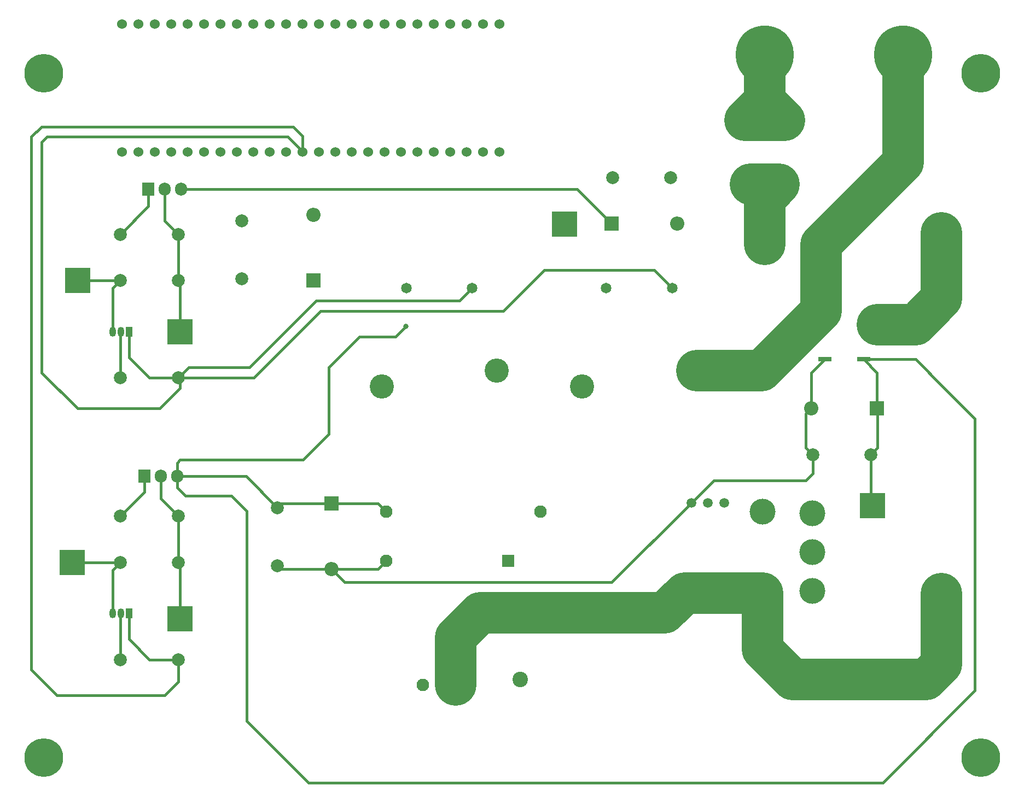
<source format=gtl>
G04 #@! TF.GenerationSoftware,KiCad,Pcbnew,(6.0.6-0)*
G04 #@! TF.CreationDate,2023-03-14T15:48:33-04:00*
G04 #@! TF.ProjectId,mecc-pcb-kicad,6d656363-2d70-4636-922d-6b696361642e,v1*
G04 #@! TF.SameCoordinates,Original*
G04 #@! TF.FileFunction,Copper,L1,Top*
G04 #@! TF.FilePolarity,Positive*
%FSLAX46Y46*%
G04 Gerber Fmt 4.6, Leading zero omitted, Abs format (unit mm)*
G04 Created by KiCad (PCBNEW (6.0.6-0)) date 2023-03-14 15:48:33*
%MOMM*%
%LPD*%
G01*
G04 APERTURE LIST*
G04 #@! TA.AperFunction,ComponentPad*
%ADD10C,1.950000*%
G04 #@! TD*
G04 #@! TA.AperFunction,ComponentPad*
%ADD11R,2.200000X2.200000*%
G04 #@! TD*
G04 #@! TA.AperFunction,ComponentPad*
%ADD12O,2.200000X2.200000*%
G04 #@! TD*
G04 #@! TA.AperFunction,ComponentPad*
%ADD13R,1.950000X1.950000*%
G04 #@! TD*
G04 #@! TA.AperFunction,ComponentPad*
%ADD14C,2.000000*%
G04 #@! TD*
G04 #@! TA.AperFunction,ComponentPad*
%ADD15R,4.000000X4.000000*%
G04 #@! TD*
G04 #@! TA.AperFunction,SMDPad,CuDef*
%ADD16R,3.000000X2.000000*%
G04 #@! TD*
G04 #@! TA.AperFunction,ComponentPad*
%ADD17C,3.750000*%
G04 #@! TD*
G04 #@! TA.AperFunction,ComponentPad*
%ADD18C,1.650000*%
G04 #@! TD*
G04 #@! TA.AperFunction,ComponentPad*
%ADD19C,4.000000*%
G04 #@! TD*
G04 #@! TA.AperFunction,ComponentPad*
%ADD20C,1.500000*%
G04 #@! TD*
G04 #@! TA.AperFunction,ComponentPad*
%ADD21C,2.400000*%
G04 #@! TD*
G04 #@! TA.AperFunction,ComponentPad*
%ADD22O,2.400000X2.400000*%
G04 #@! TD*
G04 #@! TA.AperFunction,ComponentPad*
%ADD23R,1.050000X1.500000*%
G04 #@! TD*
G04 #@! TA.AperFunction,ComponentPad*
%ADD24O,1.050000X1.500000*%
G04 #@! TD*
G04 #@! TA.AperFunction,ComponentPad*
%ADD25R,1.905000X2.000000*%
G04 #@! TD*
G04 #@! TA.AperFunction,ComponentPad*
%ADD26O,1.905000X2.000000*%
G04 #@! TD*
G04 #@! TA.AperFunction,SMDPad,CuDef*
%ADD27R,2.000000X0.700000*%
G04 #@! TD*
G04 #@! TA.AperFunction,ComponentPad*
%ADD28C,1.530000*%
G04 #@! TD*
G04 #@! TA.AperFunction,ViaPad*
%ADD29C,6.000000*%
G04 #@! TD*
G04 #@! TA.AperFunction,ViaPad*
%ADD30C,0.800000*%
G04 #@! TD*
G04 #@! TA.AperFunction,ViaPad*
%ADD31C,9.000000*%
G04 #@! TD*
G04 #@! TA.AperFunction,ViaPad*
%ADD32C,4.000000*%
G04 #@! TD*
G04 #@! TA.AperFunction,Conductor*
%ADD33C,0.400000*%
G04 #@! TD*
G04 #@! TA.AperFunction,Conductor*
%ADD34C,6.450000*%
G04 #@! TD*
G04 APERTURE END LIST*
D10*
G04 #@! TO.P,VESC_TERMINAL1,1,1*
G04 #@! TO.N,VESC_POS*
X130711875Y-127718750D03*
G04 #@! TO.P,VESC_TERMINAL1,2,2*
G04 #@! TO.N,VESC_NEG*
X125631875Y-127718750D03*
G04 #@! TD*
D11*
G04 #@! TO.P,D2,1,K*
G04 #@! TO.N,PRE_LOW_DIS*
X195958125Y-84931250D03*
D12*
G04 #@! TO.P,D2,2,A*
G04 #@! TO.N,SIG_GND*
X185798125Y-84931250D03*
G04 #@! TD*
D13*
G04 #@! TO.P,DISCHARGE_RELAY1,11,COM*
G04 #@! TO.N,VESC_NEG*
X138868750Y-108510000D03*
D10*
G04 #@! TO.P,DISCHARGE_RELAY1,12,NC*
G04 #@! TO.N,Net-(DISCHARGE_RELAY1-Pad12)*
X143908750Y-100890000D03*
G04 #@! TO.P,DISCHARGE_RELAY1,A1,COIL_1*
G04 #@! TO.N,SIG_GND*
X119968750Y-108510000D03*
G04 #@! TO.P,DISCHARGE_RELAY1,A2,COIL_2*
G04 #@! TO.N,PRE_LOW_DIS*
X119968750Y-100890000D03*
G04 #@! TD*
D14*
G04 #@! TO.P,R_RELAY_PULLDOWN1,1*
G04 #@! TO.N,SIG_GND*
X186000000Y-92075000D03*
G04 #@! TO.P,R_RELAY_PULLDOWN1,2*
G04 #@! TO.N,PRE_LOW_DIS*
X195000000Y-92075000D03*
G04 #@! TD*
G04 #@! TO.P,R_RELAY_PULLDOWN3,1*
G04 #@! TO.N,SIG_GND*
X164043750Y-49212500D03*
G04 #@! TO.P,R_RELAY_PULLDOWN3,2*
G04 #@! TO.N,HIGH_SIDE*
X155043750Y-49212500D03*
G04 #@! TD*
D15*
G04 #@! TO.P,TP5,1,1*
G04 #@! TO.N,PRE_LOW_DIS*
X195262500Y-100012500D03*
G04 #@! TD*
D16*
G04 #@! TO.P,FUSE_HOLDER1,1,1*
G04 #@! TO.N,BATT_NEG*
X175563750Y-40283750D03*
G04 #@! TO.P,FUSE_HOLDER1,2,2*
G04 #@! TO.N,Net-(FUSE_HOLDER1-Pad2)*
X175563750Y-50203750D03*
G04 #@! TO.P,FUSE_HOLDER1,3,3*
X181623750Y-50203750D03*
G04 #@! TO.P,FUSE_HOLDER1,4,4*
G04 #@! TO.N,BATT_NEG*
X181623750Y-40283750D03*
G04 #@! TD*
D15*
G04 #@! TO.P,TP3,1,1*
G04 #@! TO.N,Net-(Q3-Pad2)*
X88106250Y-117475000D03*
G04 #@! TD*
D11*
G04 #@! TO.P,D3,1,K*
G04 #@! TO.N,HIGH_SIDE*
X154841875Y-56281250D03*
D12*
G04 #@! TO.P,D3,2,A*
G04 #@! TO.N,SIG_GND*
X165001875Y-56281250D03*
G04 #@! TD*
D14*
G04 #@! TO.P,RHIGH_10k2,1*
G04 #@! TO.N,SIG_GND*
X87843750Y-123825000D03*
G04 #@! TO.P,RHIGH_10k2,2*
G04 #@! TO.N,PRE_LOW_DIS_STM*
X78843750Y-123825000D03*
G04 #@! TD*
D17*
G04 #@! TO.P,HIGH_SIDE_RELAY1,1,NO*
G04 #@! TO.N,Net-(HIGH_SIDE_RELAY1-Pad1)*
X150271875Y-81562500D03*
G04 #@! TO.P,HIGH_SIDE_RELAY1,2,COM*
G04 #@! TO.N,BATT_POS*
X168071875Y-79062500D03*
D18*
G04 #@! TO.P,HIGH_SIDE_RELAY1,3,COIL_1*
G04 #@! TO.N,HIGH_SIDE*
X154071875Y-66262500D03*
G04 #@! TO.P,HIGH_SIDE_RELAY1,4,COIL_2*
G04 #@! TO.N,SIG_GND*
X164271875Y-66262500D03*
G04 #@! TD*
D14*
G04 #@! TO.P,R_RELAY_PULLDOWN2,1*
G04 #@! TO.N,SIG_GND*
X97631250Y-55825000D03*
G04 #@! TO.P,R_RELAY_PULLDOWN2,2*
G04 #@! TO.N,PRE_LOW_DIS*
X97631250Y-64825000D03*
G04 #@! TD*
G04 #@! TO.P,RHIGH_10k4,1*
G04 #@! TO.N,Net-(Q4-Pad2)*
X87843750Y-65087500D03*
G04 #@! TO.P,RHIGH_10k4,2*
G04 #@! TO.N,Net-(Q2-Pad3)*
X78843750Y-65087500D03*
G04 #@! TD*
G04 #@! TO.P,RHIGH_10k1,1*
G04 #@! TO.N,SIG_GND*
X87843750Y-80168750D03*
G04 #@! TO.P,RHIGH_10k1,2*
G04 #@! TO.N,HIGH_SIDE_STM*
X78843750Y-80168750D03*
G04 #@! TD*
D15*
G04 #@! TO.P,TP4,1,1*
G04 #@! TO.N,Net-(Q4-Pad2)*
X88106250Y-73025000D03*
G04 #@! TD*
D11*
G04 #@! TO.P,D4,1,K*
G04 #@! TO.N,PRE_LOW_DIS*
X111503125Y-99620000D03*
D12*
G04 #@! TO.P,D4,2,A*
G04 #@! TO.N,SIG_GND*
X111503125Y-109780000D03*
G04 #@! TD*
D19*
G04 #@! TO.P,U1,1,GND*
G04 #@! TO.N,unconnected-(U1-Pad1)*
X185913625Y-101156250D03*
G04 #@! TO.P,U1,2,GND*
G04 #@! TO.N,unconnected-(U1-Pad2)*
X185913625Y-107156250D03*
G04 #@! TO.P,U1,3,GND*
G04 #@! TO.N,VESC_NEG*
X185913625Y-113156250D03*
G04 #@! TO.P,U1,4,+IN*
G04 #@! TO.N,Net-(HIGH_SIDE_RELAY1-Pad1)*
X178290625Y-100933250D03*
G04 #@! TO.P,U1,5,+OUT*
G04 #@! TO.N,VESC_POS*
X178290625Y-113506250D03*
D20*
G04 #@! TO.P,U1,6,Iout*
G04 #@! TO.N,BATT_CURR_SENSOR*
X172289025Y-99528250D03*
G04 #@! TO.P,U1,7,Vout*
G04 #@! TO.N,BATT_V_SENSOR*
X169749025Y-99528250D03*
G04 #@! TO.P,U1,8,SIG_GND*
G04 #@! TO.N,SIG_GND*
X167209025Y-99528250D03*
G04 #@! TD*
D11*
G04 #@! TO.P,D1,1,K*
G04 #@! TO.N,PRE_LOW_DIS*
X108743750Y-65087500D03*
D12*
G04 #@! TO.P,D1,2,A*
G04 #@! TO.N,SIG_GND*
X108743750Y-54927500D03*
G04 #@! TD*
D21*
G04 #@! TO.P,R_PRECHARGE1,1*
G04 #@! TO.N,VESC_POS*
X205959375Y-113590000D03*
D22*
G04 #@! TO.P,R_PRECHARGE1,2*
G04 #@! TO.N,Net-(PRECHARGE_RELAY1-Pad3)*
X205959375Y-57710000D03*
G04 #@! TD*
D21*
G04 #@! TO.P,R_DISCHARGE1,1*
G04 #@! TO.N,Net-(DISCHARGE_RELAY1-Pad12)*
X140713125Y-126925000D03*
D22*
G04 #@! TO.P,R_DISCHARGE1,2*
G04 #@! TO.N,VESC_POS*
X196593125Y-126925000D03*
G04 #@! TD*
D23*
G04 #@! TO.P,Q1,1,S*
G04 #@! TO.N,SIG_GND*
X80168750Y-116681250D03*
D24*
G04 #@! TO.P,Q1,2,G*
G04 #@! TO.N,PRE_LOW_DIS_STM*
X78898750Y-116681250D03*
G04 #@! TO.P,Q1,3,D*
G04 #@! TO.N,Net-(Q1-Pad3)*
X77628750Y-116681250D03*
G04 #@! TD*
D15*
G04 #@! TO.P,TP2,1,1*
G04 #@! TO.N,Net-(Q1-Pad3)*
X71437500Y-108743750D03*
G04 #@! TD*
D14*
G04 #@! TO.P,RHIGH_10k3,1*
G04 #@! TO.N,Net-(Q3-Pad2)*
X87843750Y-108743750D03*
G04 #@! TO.P,RHIGH_10k3,2*
G04 #@! TO.N,Net-(Q1-Pad3)*
X78843750Y-108743750D03*
G04 #@! TD*
G04 #@! TO.P,RHIGH_10k5,1*
G04 #@! TO.N,Net-(Q3-Pad2)*
X87843750Y-101600000D03*
G04 #@! TO.P,RHIGH_10k5,2*
G04 #@! TO.N,+5V*
X78843750Y-101600000D03*
G04 #@! TD*
D25*
G04 #@! TO.P,Q3,1,D*
G04 #@! TO.N,+5V*
X82550000Y-95401250D03*
D26*
G04 #@! TO.P,Q3,2,G*
G04 #@! TO.N,Net-(Q3-Pad2)*
X85090000Y-95401250D03*
G04 #@! TO.P,Q3,3,S*
G04 #@! TO.N,PRE_LOW_DIS*
X87630000Y-95401250D03*
G04 #@! TD*
D14*
G04 #@! TO.P,RHIGH_10k6,1*
G04 #@! TO.N,Net-(Q4-Pad2)*
X87843750Y-57943750D03*
G04 #@! TO.P,RHIGH_10k6,2*
G04 #@! TO.N,PRE_LOW_DIS*
X78843750Y-57943750D03*
G04 #@! TD*
D23*
G04 #@! TO.P,Q2,1,S*
G04 #@! TO.N,SIG_GND*
X80168750Y-73025000D03*
D24*
G04 #@! TO.P,Q2,2,G*
G04 #@! TO.N,HIGH_SIDE_STM*
X78898750Y-73025000D03*
G04 #@! TO.P,Q2,3,D*
G04 #@! TO.N,Net-(Q2-Pad3)*
X77628750Y-73025000D03*
G04 #@! TD*
D15*
G04 #@! TO.P,TP1,1,1*
G04 #@! TO.N,Net-(Q2-Pad3)*
X72231250Y-65087500D03*
G04 #@! TD*
G04 #@! TO.P,TP6,1,1*
G04 #@! TO.N,HIGH_SIDE*
X147637500Y-56356250D03*
G04 #@! TD*
D27*
G04 #@! TO.P,PRECHARGE_RELAY1,1,SET+/RESET-*
G04 #@! TO.N,PRE_LOW_DIS*
X193878125Y-77312500D03*
G04 #@! TO.P,PRECHARGE_RELAY1,3,COM*
G04 #@! TO.N,Net-(PRECHARGE_RELAY1-Pad3)*
X193878125Y-71912500D03*
G04 #@! TO.P,PRECHARGE_RELAY1,6,NO*
G04 #@! TO.N,BATT_POS*
X187878125Y-71912500D03*
G04 #@! TO.P,PRECHARGE_RELAY1,8,SET-/RESET+*
G04 #@! TO.N,SIG_GND*
X187878125Y-77312500D03*
G04 #@! TD*
D14*
G04 #@! TO.P,R_RELAY_PULLDOWN4,1*
G04 #@! TO.N,PRE_LOW_DIS*
X103187500Y-100275000D03*
G04 #@! TO.P,R_RELAY_PULLDOWN4,2*
G04 #@! TO.N,SIG_GND*
X103187500Y-109275000D03*
G04 #@! TD*
D28*
G04 #@! TO.P,J1,1*
G04 #@! TO.N,unconnected-(J1-Pad1)*
X79124375Y-45212000D03*
G04 #@! TO.P,J1,2*
G04 #@! TO.N,HIGH_SIDE_STM*
X81664375Y-45212000D03*
G04 #@! TO.P,J1,3*
G04 #@! TO.N,+5V*
X84204375Y-45212000D03*
G04 #@! TO.P,J1,4*
G04 #@! TO.N,PRE_LOW_DIS_STM*
X86744375Y-45212000D03*
G04 #@! TO.P,J1,5*
G04 #@! TO.N,unconnected-(J1-Pad5)*
X89284375Y-45212000D03*
G04 #@! TO.P,J1,6*
G04 #@! TO.N,unconnected-(J1-Pad6)*
X91824375Y-45212000D03*
G04 #@! TO.P,J1,7*
G04 #@! TO.N,unconnected-(J1-Pad7)*
X94364375Y-45212000D03*
G04 #@! TO.P,J1,8*
G04 #@! TO.N,unconnected-(J1-Pad8)*
X96904375Y-45212000D03*
G04 #@! TO.P,J1,9*
G04 #@! TO.N,unconnected-(J1-Pad9)*
X99444375Y-45212000D03*
G04 #@! TO.P,J1,10*
G04 #@! TO.N,unconnected-(J1-Pad10)*
X101984375Y-45212000D03*
G04 #@! TO.P,J1,11*
G04 #@! TO.N,unconnected-(J1-Pad11)*
X104524375Y-45212000D03*
G04 #@! TO.P,J1,12*
G04 #@! TO.N,SIG_GND*
X107064375Y-45212000D03*
G04 #@! TO.P,J1,13*
G04 #@! TO.N,unconnected-(J1-Pad13)*
X109604375Y-45212000D03*
G04 #@! TO.P,J1,14*
G04 #@! TO.N,unconnected-(J1-Pad14)*
X112144375Y-45212000D03*
G04 #@! TO.P,J1,15*
G04 #@! TO.N,unconnected-(J1-Pad15)*
X114684375Y-45212000D03*
G04 #@! TO.P,J1,16*
G04 #@! TO.N,unconnected-(J1-Pad16)*
X117224375Y-45212000D03*
G04 #@! TO.P,J1,17*
G04 #@! TO.N,BATT_V_SENSOR*
X119764375Y-45212000D03*
G04 #@! TO.P,J1,18*
G04 #@! TO.N,BATT_CURR_SENSOR*
X122304375Y-45212000D03*
G04 #@! TO.P,J1,19*
G04 #@! TO.N,unconnected-(J1-Pad19)*
X124844375Y-45212000D03*
G04 #@! TO.P,J1,20*
G04 #@! TO.N,unconnected-(J1-Pad20)*
X127384375Y-45212000D03*
G04 #@! TO.P,J1,21*
G04 #@! TO.N,unconnected-(J1-Pad21)*
X129924375Y-45212000D03*
G04 #@! TO.P,J1,22*
G04 #@! TO.N,unconnected-(J1-Pad22)*
X132464375Y-45212000D03*
G04 #@! TO.P,J1,23*
G04 #@! TO.N,unconnected-(J1-Pad23)*
X135004375Y-45212000D03*
G04 #@! TO.P,J1,24*
G04 #@! TO.N,unconnected-(J1-Pad24)*
X137544375Y-45212000D03*
G04 #@! TD*
G04 #@! TO.P,J2,1*
G04 #@! TO.N,unconnected-(J2-Pad1)*
X79124375Y-25400000D03*
G04 #@! TO.P,J2,2*
G04 #@! TO.N,unconnected-(J2-Pad2)*
X81664375Y-25400000D03*
G04 #@! TO.P,J2,3*
G04 #@! TO.N,unconnected-(J2-Pad3)*
X84204375Y-25400000D03*
G04 #@! TO.P,J2,4*
G04 #@! TO.N,unconnected-(J2-Pad4)*
X86744375Y-25400000D03*
G04 #@! TO.P,J2,5*
G04 #@! TO.N,unconnected-(J2-Pad5)*
X89284375Y-25400000D03*
G04 #@! TO.P,J2,6*
G04 #@! TO.N,unconnected-(J2-Pad6)*
X91824375Y-25400000D03*
G04 #@! TO.P,J2,7*
G04 #@! TO.N,unconnected-(J2-Pad7)*
X94364375Y-25400000D03*
G04 #@! TO.P,J2,8*
G04 #@! TO.N,unconnected-(J2-Pad8)*
X96904375Y-25400000D03*
G04 #@! TO.P,J2,9*
G04 #@! TO.N,unconnected-(J2-Pad9)*
X99444375Y-25400000D03*
G04 #@! TO.P,J2,10*
G04 #@! TO.N,unconnected-(J2-Pad10)*
X101984375Y-25400000D03*
G04 #@! TO.P,J2,11*
G04 #@! TO.N,unconnected-(J2-Pad11)*
X104524375Y-25400000D03*
G04 #@! TO.P,J2,12*
G04 #@! TO.N,unconnected-(J2-Pad12)*
X107064375Y-25400000D03*
G04 #@! TO.P,J2,13*
G04 #@! TO.N,unconnected-(J2-Pad13)*
X109604375Y-25400000D03*
G04 #@! TO.P,J2,14*
G04 #@! TO.N,unconnected-(J2-Pad14)*
X112144375Y-25400000D03*
G04 #@! TO.P,J2,15*
G04 #@! TO.N,unconnected-(J2-Pad15)*
X114684375Y-25400000D03*
G04 #@! TO.P,J2,16*
G04 #@! TO.N,unconnected-(J2-Pad16)*
X117224375Y-25400000D03*
G04 #@! TO.P,J2,17*
G04 #@! TO.N,unconnected-(J2-Pad17)*
X119764375Y-25400000D03*
G04 #@! TO.P,J2,18*
G04 #@! TO.N,unconnected-(J2-Pad18)*
X122304375Y-25400000D03*
G04 #@! TO.P,J2,19*
G04 #@! TO.N,unconnected-(J2-Pad19)*
X124844375Y-25400000D03*
G04 #@! TO.P,J2,20*
G04 #@! TO.N,unconnected-(J2-Pad20)*
X127384375Y-25400000D03*
G04 #@! TO.P,J2,21*
G04 #@! TO.N,unconnected-(J2-Pad21)*
X129924375Y-25400000D03*
G04 #@! TO.P,J2,22*
G04 #@! TO.N,unconnected-(J2-Pad22)*
X132464375Y-25400000D03*
G04 #@! TO.P,J2,23*
G04 #@! TO.N,unconnected-(J2-Pad23)*
X135004375Y-25400000D03*
G04 #@! TO.P,J2,24*
G04 #@! TO.N,unconnected-(J2-Pad24)*
X137544375Y-25400000D03*
G04 #@! TD*
D17*
G04 #@! TO.P,LOW_SIDE_RELAY1,1,NO*
G04 #@! TO.N,VESC_NEG*
X119315625Y-81562500D03*
G04 #@! TO.P,LOW_SIDE_RELAY1,2,COM*
G04 #@! TO.N,Net-(FUSE_HOLDER1-Pad2)*
X137115625Y-79062500D03*
D18*
G04 #@! TO.P,LOW_SIDE_RELAY1,3,COIL_1*
G04 #@! TO.N,PRE_LOW_DIS*
X123115625Y-66262500D03*
G04 #@! TO.P,LOW_SIDE_RELAY1,4,COIL_2*
G04 #@! TO.N,SIG_GND*
X133315625Y-66262500D03*
G04 #@! TD*
D25*
G04 #@! TO.P,Q4,1,D*
G04 #@! TO.N,PRE_LOW_DIS*
X83185000Y-50951250D03*
D26*
G04 #@! TO.P,Q4,2,G*
G04 #@! TO.N,Net-(Q4-Pad2)*
X85725000Y-50951250D03*
G04 #@! TO.P,Q4,3,S*
G04 #@! TO.N,HIGH_SIDE*
X88265000Y-50951250D03*
G04 #@! TD*
D29*
G04 #@! TO.N,*
X212000000Y-33000000D03*
X67000000Y-33000000D03*
X67000000Y-139000000D03*
X212000000Y-139000000D03*
D30*
G04 #@! TO.N,PRE_LOW_DIS*
X123031250Y-72231250D03*
D31*
G04 #@! TO.N,BATT_POS*
X200025000Y-30162500D03*
G04 #@! TO.N,BATT_NEG*
X178593750Y-30162500D03*
D32*
G04 #@! TO.N,Net-(FUSE_HOLDER1-Pad2)*
X178593750Y-59531250D03*
G04 #@! TD*
D33*
G04 #@! TO.N,+5V*
X82550000Y-97893750D02*
X82550000Y-95401250D01*
X78843750Y-101600000D02*
X82550000Y-97893750D01*
G04 #@! TO.N,PRE_LOW_DIS*
X193878125Y-77312500D02*
X201931250Y-77312500D01*
X115887500Y-73818750D02*
X121443750Y-73818750D01*
X111503125Y-99620000D02*
X118698750Y-99620000D01*
X88106250Y-92868750D02*
X107156250Y-92868750D01*
X87630000Y-97155000D02*
X88900000Y-98425000D01*
X83185000Y-50951250D02*
X83185000Y-53602500D01*
X107156250Y-92868750D02*
X111125000Y-88900000D01*
X196850000Y-142875000D02*
X192881250Y-142875000D01*
X196056250Y-85029375D02*
X195958125Y-84931250D01*
X98425000Y-100806250D02*
X98425000Y-133350000D01*
X195000000Y-99750000D02*
X195262500Y-100012500D01*
X195958125Y-84931250D02*
X195958125Y-79392500D01*
X211137500Y-86518750D02*
X211137500Y-128587500D01*
X107950000Y-142875000D02*
X98425000Y-133350000D01*
X121443750Y-73818750D02*
X123031250Y-72231250D01*
X195000000Y-92075000D02*
X195000000Y-99750000D01*
X98313750Y-95401250D02*
X87630000Y-95401250D01*
X118698750Y-99620000D02*
X119968750Y-100890000D01*
X201931250Y-77312500D02*
X206375000Y-81756250D01*
X87630000Y-95401250D02*
X87630000Y-97155000D01*
X192881250Y-142875000D02*
X107950000Y-142875000D01*
X195958125Y-79392500D02*
X193878125Y-77312500D01*
X87630000Y-95401250D02*
X87630000Y-93345000D01*
X88900000Y-98425000D02*
X96043750Y-98425000D01*
X211137500Y-128587500D02*
X196850000Y-142875000D01*
X87630000Y-93345000D02*
X88106250Y-92868750D01*
X103187500Y-100275000D02*
X98313750Y-95401250D01*
X206375000Y-81756250D02*
X211137500Y-86518750D01*
X111503125Y-99620000D02*
X103842500Y-99620000D01*
X96043750Y-98425000D02*
X98425000Y-100806250D01*
X103842500Y-99620000D02*
X103187500Y-100275000D01*
X111125000Y-78581250D02*
X115887500Y-73818750D01*
X111125000Y-88900000D02*
X111125000Y-78581250D01*
X195000000Y-92075000D02*
X196056250Y-91018750D01*
X196056250Y-91018750D02*
X196056250Y-85029375D01*
X83185000Y-53602500D02*
X78843750Y-57943750D01*
G04 #@! TO.N,HIGH_SIDE*
X88265000Y-50951250D02*
X149511875Y-50951250D01*
X149511875Y-50951250D02*
X154841875Y-56281250D01*
D34*
G04 #@! TO.N,BATT_POS*
X200025000Y-46831250D02*
X187325000Y-59531250D01*
X168071875Y-79062500D02*
X178112500Y-79062500D01*
X200025000Y-30162500D02*
X200025000Y-46831250D01*
X187325000Y-59531250D02*
X187325000Y-69850000D01*
X178112500Y-79062500D02*
X187325000Y-69850000D01*
G04 #@! TO.N,VESC_POS*
X203578125Y-126925000D02*
X205959375Y-124543750D01*
X205959375Y-124543750D02*
X205959375Y-113590000D01*
X130711875Y-127718750D02*
X130711875Y-120416250D01*
X178290625Y-113506250D02*
X178290625Y-122275000D01*
X166196875Y-113506250D02*
X178290625Y-113506250D01*
X134521875Y-116606250D02*
X163096875Y-116606250D01*
X163096875Y-116606250D02*
X166196875Y-113506250D01*
X196593125Y-126925000D02*
X203578125Y-126925000D01*
X182940625Y-126925000D02*
X196593125Y-126925000D01*
X178290625Y-122275000D02*
X182940625Y-126925000D01*
X130711875Y-120416250D02*
X134521875Y-116606250D01*
G04 #@! TO.N,BATT_NEG*
X178593750Y-37253750D02*
X175563750Y-40283750D01*
X178593750Y-30162500D02*
X178593750Y-37253750D01*
X181623750Y-40283750D02*
X178593750Y-37253750D01*
X175563750Y-40283750D02*
X181623750Y-40283750D01*
D33*
G04 #@! TO.N,HIGH_SIDE_STM*
X78843750Y-80168750D02*
X78843750Y-73080000D01*
X78843750Y-73080000D02*
X78898750Y-73025000D01*
G04 #@! TO.N,PRE_LOW_DIS_STM*
X78843750Y-116736250D02*
X78898750Y-116681250D01*
X78843750Y-123825000D02*
X78843750Y-116736250D01*
D34*
G04 #@! TO.N,Net-(PRECHARGE_RELAY1-Pad3)*
X201931250Y-71912500D02*
X205959375Y-67884375D01*
X196056250Y-71912500D02*
X201931250Y-71912500D01*
X205959375Y-67884375D02*
X205959375Y-57710000D01*
D33*
G04 #@! TO.N,SIG_GND*
X109840625Y-69850000D02*
X138112500Y-69850000D01*
X87843750Y-80168750D02*
X83343750Y-80168750D01*
X104775000Y-42862500D02*
X67468750Y-42862500D01*
X170693525Y-96043750D02*
X184943750Y-96043750D01*
X99521875Y-80168750D02*
X109840625Y-69850000D01*
X107064375Y-45212000D02*
X107064375Y-42770625D01*
X66675000Y-79375000D02*
X72231250Y-84931250D01*
X185798125Y-84931250D02*
X185798125Y-79392500D01*
X118698750Y-109780000D02*
X119968750Y-108510000D01*
X66675000Y-41275000D02*
X65087500Y-42862500D01*
X103692500Y-109780000D02*
X103187500Y-109275000D01*
X65087500Y-125412500D02*
X69056250Y-129381250D01*
X107064375Y-45212000D02*
X107064375Y-45151875D01*
X184943750Y-96043750D02*
X186000000Y-94987500D01*
X107064375Y-42770625D02*
X105568750Y-41275000D01*
X107064375Y-45151875D02*
X104775000Y-42862500D01*
X85725000Y-129381250D02*
X87843750Y-127262500D01*
X138112500Y-69850000D02*
X144462500Y-63500000D01*
X83343750Y-80168750D02*
X80168750Y-76993750D01*
X111503125Y-109780000D02*
X118698750Y-109780000D01*
X66675000Y-43656250D02*
X66675000Y-79375000D01*
X131315625Y-68262500D02*
X109140625Y-68262500D01*
X89431250Y-78581250D02*
X87843750Y-80168750D01*
X186000000Y-94987500D02*
X186000000Y-92075000D01*
X80168750Y-120650000D02*
X80168750Y-116681250D01*
X88106250Y-80431250D02*
X87843750Y-80168750D01*
X88106250Y-81756250D02*
X88106250Y-80431250D01*
X84931250Y-84931250D02*
X88106250Y-81756250D01*
X80168750Y-76993750D02*
X80168750Y-73025000D01*
X65087500Y-42862500D02*
X65087500Y-125412500D01*
X154893525Y-111843750D02*
X167209025Y-99528250D01*
X161509375Y-63500000D02*
X164271875Y-66262500D01*
X83343750Y-123825000D02*
X80168750Y-120650000D01*
X144462500Y-63500000D02*
X161509375Y-63500000D01*
X184943750Y-85785625D02*
X185798125Y-84931250D01*
X184943750Y-91018750D02*
X184943750Y-85785625D01*
X185798125Y-79392500D02*
X187878125Y-77312500D01*
X87843750Y-80168750D02*
X99521875Y-80168750D01*
X105568750Y-41275000D02*
X66675000Y-41275000D01*
X133315625Y-66262500D02*
X131315625Y-68262500D01*
X113566875Y-111843750D02*
X154893525Y-111843750D01*
X87843750Y-123825000D02*
X83343750Y-123825000D01*
X109140625Y-68262500D02*
X98821875Y-78581250D01*
X67468750Y-42862500D02*
X66675000Y-43656250D01*
X167209025Y-99528250D02*
X170693525Y-96043750D01*
X72231250Y-84931250D02*
X84931250Y-84931250D01*
X186000000Y-92075000D02*
X184943750Y-91018750D01*
X69056250Y-129381250D02*
X85725000Y-129381250D01*
X87843750Y-127262500D02*
X87843750Y-123825000D01*
X111503125Y-109780000D02*
X113566875Y-111843750D01*
X98821875Y-78581250D02*
X89431250Y-78581250D01*
X111503125Y-109780000D02*
X103692500Y-109780000D01*
D34*
G04 #@! TO.N,Net-(FUSE_HOLDER1-Pad2)*
X180830000Y-50203750D02*
X178593750Y-52440000D01*
X178593750Y-59531250D02*
X178593750Y-52440000D01*
X176357500Y-50203750D02*
X180830000Y-50203750D01*
D33*
G04 #@! TO.N,Net-(Q1-Pad3)*
X77628750Y-116681250D02*
X77628750Y-109958750D01*
X77628750Y-109958750D02*
X78843750Y-108743750D01*
X71437500Y-108743750D02*
X78843750Y-108743750D01*
G04 #@! TO.N,Net-(Q3-Pad2)*
X87843750Y-108743750D02*
X87843750Y-101600000D01*
X87843750Y-101600000D02*
X85090000Y-98846250D01*
X88106250Y-109006250D02*
X87843750Y-108743750D01*
X85090000Y-98846250D02*
X85090000Y-95401250D01*
X88106250Y-117475000D02*
X88106250Y-109006250D01*
G04 #@! TO.N,Net-(Q4-Pad2)*
X88106250Y-73025000D02*
X88106250Y-65350000D01*
X87843750Y-65087500D02*
X87843750Y-57943750D01*
X85725000Y-55825000D02*
X87843750Y-57943750D01*
X88106250Y-65350000D02*
X87843750Y-65087500D01*
X85725000Y-50951250D02*
X85725000Y-55825000D01*
G04 #@! TO.N,Net-(Q2-Pad3)*
X77628750Y-73025000D02*
X77628750Y-66302500D01*
X72231250Y-65087500D02*
X78843750Y-65087500D01*
X77628750Y-66302500D02*
X78843750Y-65087500D01*
G04 #@! TD*
M02*

</source>
